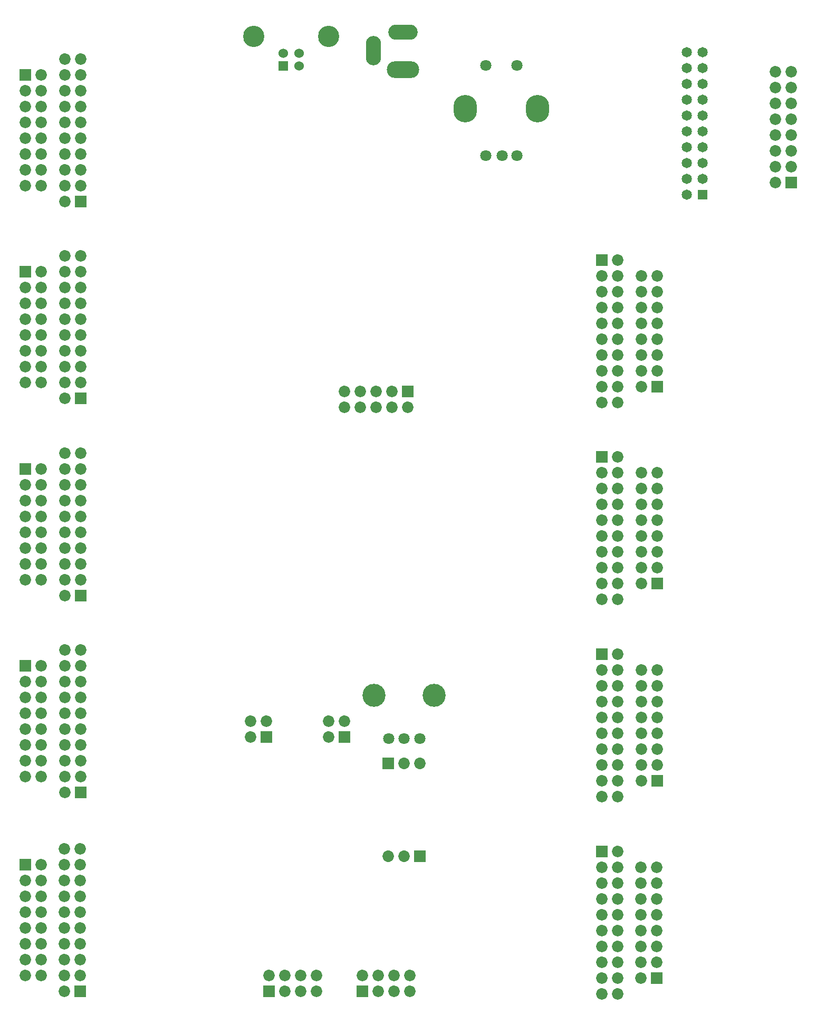
<source format=gbs>
G04*
G04 #@! TF.GenerationSoftware,Altium Limited,Altium Designer,25.8.1 (18)*
G04*
G04 Layer_Color=16711935*
%FSLAX44Y44*%
%MOMM*%
G71*
G04*
G04 #@! TF.SameCoordinates,1DD17807-008B-40D4-811F-6DFA0BD173B0*
G04*
G04*
G04 #@! TF.FilePolarity,Negative*
G04*
G01*
G75*
%ADD63O,5.2032X2.7032*%
%ADD64O,4.7032X2.4532*%
%ADD65O,2.4532X4.7032*%
%ADD66C,1.8500*%
%ADD67R,1.8500X1.8500*%
%ADD68R,1.6500X1.6500*%
%ADD69C,1.6500*%
%ADD70C,3.7032*%
%ADD71C,1.8032*%
%ADD72O,3.8032X4.4032*%
%ADD73R,1.8532X1.8532*%
%ADD74C,1.8532*%
%ADD75R,1.8500X1.8500*%
%ADD76C,3.4160*%
%ADD77C,1.5280*%
%ADD78R,1.5280X1.5280*%
D63*
X517250Y324750D02*
D03*
D64*
Y384750D02*
D03*
D65*
X470250Y354750D02*
D03*
D66*
X1140500Y219700D02*
D03*
X1115100Y321300D02*
D03*
X1140500D02*
D03*
X1115100Y295900D02*
D03*
X1140500D02*
D03*
X1115100Y270500D02*
D03*
X1140500D02*
D03*
X1115100Y245100D02*
D03*
X1140500D02*
D03*
X1115100Y219700D02*
D03*
Y194300D02*
D03*
X1140500D02*
D03*
X1115100Y168900D02*
D03*
X1140500D02*
D03*
X1115100Y143500D02*
D03*
X272841Y-721331D02*
D03*
X298241D02*
D03*
X272841Y-746731D02*
D03*
X398571Y-721331D02*
D03*
X423971D02*
D03*
X398571Y-746731D02*
D03*
X449454Y-191677D02*
D03*
X424054Y-217077D02*
D03*
X424083Y-191699D02*
D03*
X449454Y-217077D02*
D03*
X474854D02*
D03*
Y-191677D02*
D03*
X500254Y-217077D02*
D03*
Y-191677D02*
D03*
X525654Y-217077D02*
D03*
X899801Y-1133444D02*
D03*
X925201Y-1108044D02*
D03*
X899801Y-1108044D02*
D03*
X925201Y-1082644D02*
D03*
X899801D02*
D03*
Y-1057244D02*
D03*
X925201Y-1031844D02*
D03*
X899801D02*
D03*
X925201Y-1006444D02*
D03*
X899801Y-1006444D02*
D03*
X925201Y-981044D02*
D03*
X899801Y-981044D02*
D03*
X925201Y-955644D02*
D03*
X899801D02*
D03*
X925201Y-1057244D02*
D03*
X861978Y-930190D02*
D03*
X836578Y-955590D02*
D03*
X861978Y-955590D02*
D03*
X836578Y-980990D02*
D03*
X861978D02*
D03*
Y-1006390D02*
D03*
X836578Y-1031790D02*
D03*
X861978Y-1031790D02*
D03*
X836578Y-1057190D02*
D03*
X861978D02*
D03*
X836578Y-1082590D02*
D03*
X861978Y-1082590D02*
D03*
X836578Y-1107990D02*
D03*
X861978D02*
D03*
X836578Y-1006390D02*
D03*
Y-1133390D02*
D03*
X861978Y-1133390D02*
D03*
X836578Y-1158790D02*
D03*
X861978D02*
D03*
X-63343Y-951296D02*
D03*
X-88743Y-976696D02*
D03*
X-63343Y-976696D02*
D03*
X-88743Y-1002096D02*
D03*
X-63343D02*
D03*
X-63343Y-1027496D02*
D03*
X-88743Y-1052896D02*
D03*
X-63343D02*
D03*
X-88743Y-1078296D02*
D03*
X-63343Y-1078296D02*
D03*
X-88743Y-1103696D02*
D03*
X-63343Y-1103696D02*
D03*
X-88743Y-1129096D02*
D03*
X-63343D02*
D03*
X-88743Y-1027496D02*
D03*
X-25520Y-1154550D02*
D03*
X-120Y-1129150D02*
D03*
X-25520D02*
D03*
X-120Y-1103750D02*
D03*
X-25520Y-1103750D02*
D03*
Y-1078350D02*
D03*
X-120Y-1052950D02*
D03*
X-25520Y-1052950D02*
D03*
X-120Y-1027550D02*
D03*
X-25520D02*
D03*
X-120Y-1002150D02*
D03*
X-25520Y-1002150D02*
D03*
X-120Y-976750D02*
D03*
X-25520Y-976750D02*
D03*
X-120Y-1078350D02*
D03*
Y-951350D02*
D03*
X-25520D02*
D03*
X-120Y-925950D02*
D03*
X-25520D02*
D03*
X900351Y-816544D02*
D03*
X925751Y-791144D02*
D03*
X900351D02*
D03*
X925751Y-765744D02*
D03*
X900351D02*
D03*
Y-740344D02*
D03*
X925751Y-714944D02*
D03*
X900351D02*
D03*
X925751Y-689544D02*
D03*
X900351D02*
D03*
X925751Y-664144D02*
D03*
X900351D02*
D03*
X925751Y-638744D02*
D03*
X900351D02*
D03*
X925751Y-740344D02*
D03*
X900351Y-184084D02*
D03*
X925751Y-158684D02*
D03*
X900351D02*
D03*
X925751Y-133284D02*
D03*
X900351D02*
D03*
Y-107884D02*
D03*
X925751Y-82484D02*
D03*
X900351D02*
D03*
X925751Y-57084D02*
D03*
X900351D02*
D03*
X925751Y-31684D02*
D03*
X900351D02*
D03*
X925751Y-6284D02*
D03*
X900351D02*
D03*
X925751Y-107884D02*
D03*
X-63223Y54D02*
D03*
X-88623Y-25346D02*
D03*
X-63223Y-25346D02*
D03*
X-88623Y-50746D02*
D03*
X-63223D02*
D03*
X-63223Y-76146D02*
D03*
X-88623Y-101546D02*
D03*
X-63223D02*
D03*
X-88623Y-126946D02*
D03*
X-63223Y-126946D02*
D03*
X-88623Y-152346D02*
D03*
X-63223Y-152346D02*
D03*
X-88623Y-177746D02*
D03*
X-63223Y-177746D02*
D03*
X-88623Y-76146D02*
D03*
X452076Y-1128921D02*
D03*
X477476Y-1154321D02*
D03*
Y-1128921D02*
D03*
X502876Y-1154321D02*
D03*
Y-1128921D02*
D03*
X528276Y-1128921D02*
D03*
Y-1154321D02*
D03*
X-25400Y-835660D02*
D03*
X0Y-810260D02*
D03*
X-25400D02*
D03*
X0Y-784860D02*
D03*
X-25400D02*
D03*
Y-759460D02*
D03*
X0Y-734060D02*
D03*
X-25400Y-734060D02*
D03*
X0Y-708660D02*
D03*
X-25400D02*
D03*
X0Y-683260D02*
D03*
X-25400D02*
D03*
X0Y-657860D02*
D03*
X-25400Y-657860D02*
D03*
X0Y-759460D02*
D03*
Y-632460D02*
D03*
X-25400D02*
D03*
X0Y-607060D02*
D03*
X-25400D02*
D03*
X-63223Y316284D02*
D03*
X-88623Y290884D02*
D03*
X-63223Y290884D02*
D03*
X-88623Y265484D02*
D03*
X-63223D02*
D03*
X-63223Y240084D02*
D03*
X-88623Y214684D02*
D03*
X-63223D02*
D03*
X-88623Y189284D02*
D03*
X-63223Y189284D02*
D03*
X-88623Y163884D02*
D03*
X-63223Y163884D02*
D03*
X-88623Y138484D02*
D03*
X-63223Y138484D02*
D03*
X-88623Y240084D02*
D03*
X-63223Y-632406D02*
D03*
X-88623Y-657806D02*
D03*
X-63223Y-657806D02*
D03*
X-88623Y-683206D02*
D03*
X-63223D02*
D03*
X-63223Y-708606D02*
D03*
X-88623Y-734006D02*
D03*
X-63223D02*
D03*
X-88623Y-759406D02*
D03*
X-63223Y-759406D02*
D03*
X-88623Y-784806D02*
D03*
X-63223Y-784806D02*
D03*
X-88623Y-810206D02*
D03*
X-63223Y-810206D02*
D03*
X-88623Y-708606D02*
D03*
X302216Y-1128921D02*
D03*
X327616Y-1154321D02*
D03*
Y-1128921D02*
D03*
X353016Y-1154321D02*
D03*
Y-1128921D02*
D03*
X378416Y-1128921D02*
D03*
Y-1154321D02*
D03*
X-25400Y113030D02*
D03*
X0Y138430D02*
D03*
X-25400D02*
D03*
X0Y163830D02*
D03*
X-25400Y163830D02*
D03*
X-25400Y189230D02*
D03*
X0Y214630D02*
D03*
X-25400Y214630D02*
D03*
X0Y240030D02*
D03*
X-25400D02*
D03*
X0Y265430D02*
D03*
X-25400D02*
D03*
X0Y290830D02*
D03*
X-25400Y290830D02*
D03*
X0Y189230D02*
D03*
Y316230D02*
D03*
X-25400D02*
D03*
X0Y341630D02*
D03*
X-25400D02*
D03*
X-63184Y-316176D02*
D03*
X-88584Y-341576D02*
D03*
X-63184Y-341576D02*
D03*
X-88584Y-366976D02*
D03*
X-63184Y-366976D02*
D03*
Y-392376D02*
D03*
X-88584Y-417776D02*
D03*
X-63184D02*
D03*
X-88584Y-443176D02*
D03*
X-63184D02*
D03*
X-88584Y-468576D02*
D03*
X-63184D02*
D03*
X-88584Y-493976D02*
D03*
X-63184Y-493976D02*
D03*
X-88584Y-392376D02*
D03*
X-25361Y-519430D02*
D03*
X39Y-494030D02*
D03*
X-25361D02*
D03*
X39Y-468630D02*
D03*
X-25361Y-468630D02*
D03*
Y-443230D02*
D03*
X39Y-417830D02*
D03*
X-25361Y-417830D02*
D03*
X39Y-392430D02*
D03*
X-25361D02*
D03*
X39Y-367030D02*
D03*
X-25361D02*
D03*
X39Y-341630D02*
D03*
X-25361Y-341630D02*
D03*
X39Y-443230D02*
D03*
Y-316230D02*
D03*
X-25361D02*
D03*
X39Y-290830D02*
D03*
X-25361D02*
D03*
X-25400Y-203200D02*
D03*
X0Y-177800D02*
D03*
X-25400D02*
D03*
X0Y-152400D02*
D03*
X-25400D02*
D03*
Y-127000D02*
D03*
X0Y-101600D02*
D03*
X-25400Y-101600D02*
D03*
X0Y-76200D02*
D03*
X-25400D02*
D03*
X0Y-50800D02*
D03*
X-25400D02*
D03*
X0Y-25400D02*
D03*
X-25400Y-25400D02*
D03*
X0Y-127000D02*
D03*
Y0D02*
D03*
X-25400D02*
D03*
X0Y25400D02*
D03*
X-25400D02*
D03*
X900351Y-500314D02*
D03*
X925751Y-474914D02*
D03*
X900351D02*
D03*
X925751Y-449514D02*
D03*
X900351D02*
D03*
Y-424114D02*
D03*
X925751Y-398714D02*
D03*
X900351D02*
D03*
X925751Y-373314D02*
D03*
X900351D02*
D03*
X925751Y-347914D02*
D03*
X900351D02*
D03*
X925751Y-322514D02*
D03*
X900351D02*
D03*
X925751Y-424114D02*
D03*
X862528Y-297060D02*
D03*
X837128Y-322460D02*
D03*
X862528D02*
D03*
X837128Y-347860D02*
D03*
X862528D02*
D03*
Y-373260D02*
D03*
X837128Y-398660D02*
D03*
X862528D02*
D03*
X837128Y-424060D02*
D03*
X862528D02*
D03*
X837128Y-449460D02*
D03*
X862528D02*
D03*
X837128Y-474860D02*
D03*
X862528D02*
D03*
X837128Y-373260D02*
D03*
Y-500260D02*
D03*
X862528D02*
D03*
X837128Y-525660D02*
D03*
X862528D02*
D03*
Y19170D02*
D03*
X837128Y-6230D02*
D03*
X862528D02*
D03*
X837128Y-31630D02*
D03*
X862528D02*
D03*
Y-57030D02*
D03*
X837128Y-82430D02*
D03*
X862528D02*
D03*
X837128Y-107830D02*
D03*
X862528D02*
D03*
X837128Y-133230D02*
D03*
X862528D02*
D03*
X837128Y-158630D02*
D03*
X862528D02*
D03*
X837128Y-57030D02*
D03*
Y-184030D02*
D03*
X862528D02*
D03*
X837128Y-209430D02*
D03*
X862528D02*
D03*
Y-613290D02*
D03*
X837128Y-638690D02*
D03*
X862528D02*
D03*
X837128Y-664090D02*
D03*
X862528D02*
D03*
Y-689490D02*
D03*
X837128Y-714890D02*
D03*
X862528D02*
D03*
X837128Y-740290D02*
D03*
X862528D02*
D03*
X837128Y-765690D02*
D03*
X862528D02*
D03*
X837128Y-791090D02*
D03*
X862528D02*
D03*
X837128Y-689490D02*
D03*
Y-816490D02*
D03*
X862528D02*
D03*
X837128Y-841890D02*
D03*
X862528D02*
D03*
D67*
X1140500Y143500D02*
D03*
X298241Y-746731D02*
D03*
X423971D02*
D03*
X925201Y-1133444D02*
D03*
X836578Y-930190D02*
D03*
X-88743Y-951296D02*
D03*
X-120Y-1154550D02*
D03*
X925751Y-816544D02*
D03*
Y-184084D02*
D03*
X-88623Y54D02*
D03*
X0Y-835660D02*
D03*
X-88623Y316284D02*
D03*
Y-632406D02*
D03*
X0Y113030D02*
D03*
X-88584Y-316176D02*
D03*
X39Y-519430D02*
D03*
X0Y-203200D02*
D03*
X925751Y-500314D02*
D03*
X837128Y-297060D02*
D03*
Y19170D02*
D03*
Y-613290D02*
D03*
D68*
X998400Y123550D02*
D03*
D69*
X973000D02*
D03*
X998400Y148950D02*
D03*
X973000Y148950D02*
D03*
X998400Y174350D02*
D03*
X973000D02*
D03*
Y199750D02*
D03*
X998400Y225150D02*
D03*
X973000D02*
D03*
X998400Y250550D02*
D03*
X973000Y250550D02*
D03*
X998400Y275950D02*
D03*
X973000D02*
D03*
X998400Y199750D02*
D03*
X973000Y352150D02*
D03*
X998400Y352150D02*
D03*
X973000Y326750D02*
D03*
X998400D02*
D03*
X973000Y301350D02*
D03*
X998400Y301350D02*
D03*
D70*
X567431Y-679449D02*
D03*
X471431D02*
D03*
D71*
X494431Y-749449D02*
D03*
X544431D02*
D03*
X519431D02*
D03*
X650640Y331620D02*
D03*
X700640D02*
D03*
X650640Y186620D02*
D03*
X676641D02*
D03*
X700640D02*
D03*
D72*
X733640Y261620D02*
D03*
X617640D02*
D03*
D73*
X494030Y-788670D02*
D03*
X544830Y-938239D02*
D03*
D74*
X519430Y-788670D02*
D03*
X544830D02*
D03*
X519430Y-938239D02*
D03*
X494030D02*
D03*
D75*
X525654Y-191677D02*
D03*
X452076Y-1154321D02*
D03*
X302216D02*
D03*
D76*
X277820Y377620D02*
D03*
X398220D02*
D03*
D77*
X325520Y350520D02*
D03*
X350520D02*
D03*
X350520Y330520D02*
D03*
D78*
X325520D02*
D03*
M02*

</source>
